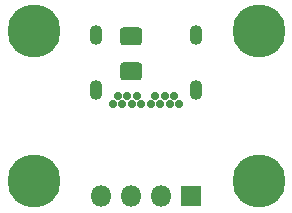
<source format=gbs>
%TF.GenerationSoftware,KiCad,Pcbnew,5.1.6*%
%TF.CreationDate,2020-09-10T19:59:46+02:00*%
%TF.ProjectId,usbc-breakout,75736263-2d62-4726-9561-6b6f75742e6b,rev?*%
%TF.SameCoordinates,Original*%
%TF.FileFunction,Soldermask,Bot*%
%TF.FilePolarity,Negative*%
%FSLAX46Y46*%
G04 Gerber Fmt 4.6, Leading zero omitted, Abs format (unit mm)*
G04 Created by KiCad (PCBNEW 5.1.6) date 2020-09-10 19:59:46*
%MOMM*%
%LPD*%
G01*
G04 APERTURE LIST*
%ADD10O,1.100000X1.700000*%
%ADD11C,0.700000*%
%ADD12C,0.800000*%
%ADD13C,4.500000*%
%ADD14O,1.800000X1.800000*%
%ADD15R,1.800000X1.800000*%
G04 APERTURE END LIST*
D10*
%TO.C,J2*%
X59230000Y-66950000D03*
X67770000Y-66950000D03*
X67770000Y-71680000D03*
X59230000Y-71680000D03*
D11*
X63100000Y-72830000D03*
X63900000Y-72830000D03*
X62300000Y-72830000D03*
X64700000Y-72830000D03*
X61500000Y-72830000D03*
X65500000Y-72830000D03*
X60700000Y-72830000D03*
X65100000Y-72120000D03*
X61900000Y-72120000D03*
X64300000Y-72120000D03*
X62700000Y-72120000D03*
X66300000Y-72830000D03*
X61100000Y-72120000D03*
X65900000Y-72120000D03*
%TD*%
D12*
%TO.C,REF\u002A\u002A*%
X74191726Y-78208274D03*
X73025000Y-77725000D03*
X71858274Y-78208274D03*
X71375000Y-79375000D03*
X71858274Y-80541726D03*
X73025000Y-81025000D03*
X74191726Y-80541726D03*
X74675000Y-79375000D03*
D13*
X73025000Y-79375000D03*
%TD*%
D12*
%TO.C,REF\u002A\u002A*%
X55141726Y-78208274D03*
X53975000Y-77725000D03*
X52808274Y-78208274D03*
X52325000Y-79375000D03*
X52808274Y-80541726D03*
X53975000Y-81025000D03*
X55141726Y-80541726D03*
X55625000Y-79375000D03*
D13*
X53975000Y-79375000D03*
%TD*%
D12*
%TO.C,REF\u002A\u002A*%
X74191726Y-65508274D03*
X73025000Y-65025000D03*
X71858274Y-65508274D03*
X71375000Y-66675000D03*
X71858274Y-67841726D03*
X73025000Y-68325000D03*
X74191726Y-67841726D03*
X74675000Y-66675000D03*
D13*
X73025000Y-66675000D03*
%TD*%
%TO.C,REF\u002A\u002A*%
X53975000Y-66675000D03*
D12*
X55625000Y-66675000D03*
X55141726Y-67841726D03*
X53975000Y-68325000D03*
X52808274Y-67841726D03*
X52325000Y-66675000D03*
X52808274Y-65508274D03*
X53975000Y-65025000D03*
X55141726Y-65508274D03*
%TD*%
%TO.C,R2*%
G36*
G01*
X62887456Y-70830000D02*
X61572544Y-70830000D01*
G75*
G02*
X61305000Y-70562456I0J267544D01*
G01*
X61305000Y-69572544D01*
G75*
G02*
X61572544Y-69305000I267544J0D01*
G01*
X62887456Y-69305000D01*
G75*
G02*
X63155000Y-69572544I0J-267544D01*
G01*
X63155000Y-70562456D01*
G75*
G02*
X62887456Y-70830000I-267544J0D01*
G01*
G37*
G36*
G01*
X62887456Y-67855000D02*
X61572544Y-67855000D01*
G75*
G02*
X61305000Y-67587456I0J267544D01*
G01*
X61305000Y-66597544D01*
G75*
G02*
X61572544Y-66330000I267544J0D01*
G01*
X62887456Y-66330000D01*
G75*
G02*
X63155000Y-66597544I0J-267544D01*
G01*
X63155000Y-67587456D01*
G75*
G02*
X62887456Y-67855000I-267544J0D01*
G01*
G37*
%TD*%
D14*
%TO.C,J1*%
X59690000Y-80645000D03*
X62230000Y-80645000D03*
X64770000Y-80645000D03*
D15*
X67310000Y-80645000D03*
%TD*%
M02*

</source>
